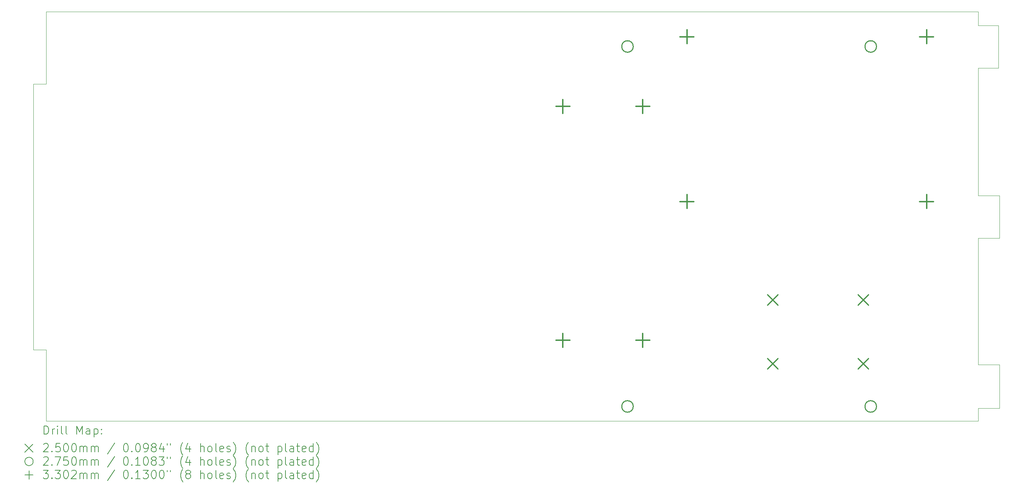
<source format=gbr>
%TF.GenerationSoftware,KiCad,Pcbnew,(6.0.10-0)*%
%TF.CreationDate,2023-01-03T15:39:17-08:00*%
%TF.ProjectId,lasagna-motherboard,6c617361-676e-4612-9d6d-6f7468657262,v0.1*%
%TF.SameCoordinates,Original*%
%TF.FileFunction,Drillmap*%
%TF.FilePolarity,Positive*%
%FSLAX45Y45*%
G04 Gerber Fmt 4.5, Leading zero omitted, Abs format (unit mm)*
G04 Created by KiCad (PCBNEW (6.0.10-0)) date 2023-01-03 15:39:17*
%MOMM*%
%LPD*%
G01*
G04 APERTURE LIST*
%ADD10C,0.100000*%
%ADD11C,0.200000*%
%ADD12C,0.250000*%
%ADD13C,0.275000*%
%ADD14C,0.330200*%
G04 APERTURE END LIST*
D10*
X26568400Y-14757400D02*
X26060400Y-14757400D01*
X26568400Y-15798800D02*
X26568400Y-14757400D01*
X26543000Y-6654800D02*
X26060400Y-6654800D01*
X3835400Y-16103600D02*
X26060400Y-16103600D01*
X3835400Y-8051800D02*
X3530600Y-8051800D01*
X26543000Y-7670800D02*
X26543000Y-6654800D01*
X3835400Y-14401800D02*
X3835400Y-16103600D01*
X26060400Y-6654800D02*
X26060400Y-6324600D01*
X26060400Y-11734800D02*
X26568400Y-11734800D01*
X3530600Y-14401800D02*
X3835400Y-14401800D01*
X26568400Y-11734800D02*
X26568400Y-10718800D01*
X26060400Y-10718800D02*
X26060400Y-7670800D01*
X26568400Y-10718800D02*
X26060400Y-10718800D01*
X3835400Y-6324600D02*
X3835400Y-8051800D01*
X26060400Y-15798800D02*
X26568400Y-15798800D01*
X26060400Y-7670800D02*
X26543000Y-7670800D01*
X26060400Y-16103600D02*
X26060400Y-15798800D01*
X3530600Y-8051800D02*
X3530600Y-14401800D01*
X26060400Y-14757400D02*
X26060400Y-11734800D01*
X26060400Y-6324600D02*
X3835400Y-6324600D01*
D11*
D12*
X21033200Y-13083000D02*
X21283200Y-13333000D01*
X21283200Y-13083000D02*
X21033200Y-13333000D01*
X21033200Y-14607000D02*
X21283200Y-14857000D01*
X21283200Y-14607000D02*
X21033200Y-14857000D01*
X23192200Y-13083000D02*
X23442200Y-13333000D01*
X23442200Y-13083000D02*
X23192200Y-13333000D01*
X23192200Y-14607000D02*
X23442200Y-14857000D01*
X23442200Y-14607000D02*
X23192200Y-14857000D01*
D13*
X17834300Y-7154400D02*
G75*
G03*
X17834300Y-7154400I-137500J0D01*
G01*
X17834300Y-15754400D02*
G75*
G03*
X17834300Y-15754400I-137500J0D01*
G01*
X23634300Y-7154400D02*
G75*
G03*
X23634300Y-7154400I-137500J0D01*
G01*
X23634300Y-15754400D02*
G75*
G03*
X23634300Y-15754400I-137500J0D01*
G01*
D14*
X16154400Y-8420100D02*
X16154400Y-8750300D01*
X15989300Y-8585200D02*
X16319500Y-8585200D01*
X16154400Y-14008100D02*
X16154400Y-14338300D01*
X15989300Y-14173200D02*
X16319500Y-14173200D01*
X18059400Y-8420100D02*
X18059400Y-8750300D01*
X17894300Y-8585200D02*
X18224500Y-8585200D01*
X18059400Y-14008100D02*
X18059400Y-14338300D01*
X17894300Y-14173200D02*
X18224500Y-14173200D01*
X19113500Y-6756400D02*
X19113500Y-7086600D01*
X18948400Y-6921500D02*
X19278600Y-6921500D01*
X19113500Y-10693400D02*
X19113500Y-11023600D01*
X18948400Y-10858500D02*
X19278600Y-10858500D01*
X24828500Y-6756400D02*
X24828500Y-7086600D01*
X24663400Y-6921500D02*
X24993600Y-6921500D01*
X24828500Y-10693400D02*
X24828500Y-11023600D01*
X24663400Y-10858500D02*
X24993600Y-10858500D01*
D11*
X3783219Y-16419076D02*
X3783219Y-16219076D01*
X3830838Y-16219076D01*
X3859409Y-16228600D01*
X3878457Y-16247648D01*
X3887981Y-16266695D01*
X3897505Y-16304790D01*
X3897505Y-16333362D01*
X3887981Y-16371457D01*
X3878457Y-16390505D01*
X3859409Y-16409552D01*
X3830838Y-16419076D01*
X3783219Y-16419076D01*
X3983219Y-16419076D02*
X3983219Y-16285743D01*
X3983219Y-16323838D02*
X3992743Y-16304790D01*
X4002267Y-16295267D01*
X4021314Y-16285743D01*
X4040362Y-16285743D01*
X4107028Y-16419076D02*
X4107028Y-16285743D01*
X4107028Y-16219076D02*
X4097505Y-16228600D01*
X4107028Y-16238124D01*
X4116552Y-16228600D01*
X4107028Y-16219076D01*
X4107028Y-16238124D01*
X4230838Y-16419076D02*
X4211790Y-16409552D01*
X4202267Y-16390505D01*
X4202267Y-16219076D01*
X4335600Y-16419076D02*
X4316552Y-16409552D01*
X4307029Y-16390505D01*
X4307029Y-16219076D01*
X4564171Y-16419076D02*
X4564171Y-16219076D01*
X4630838Y-16361933D01*
X4697505Y-16219076D01*
X4697505Y-16419076D01*
X4878457Y-16419076D02*
X4878457Y-16314314D01*
X4868933Y-16295267D01*
X4849886Y-16285743D01*
X4811790Y-16285743D01*
X4792743Y-16295267D01*
X4878457Y-16409552D02*
X4859410Y-16419076D01*
X4811790Y-16419076D01*
X4792743Y-16409552D01*
X4783219Y-16390505D01*
X4783219Y-16371457D01*
X4792743Y-16352409D01*
X4811790Y-16342886D01*
X4859410Y-16342886D01*
X4878457Y-16333362D01*
X4973695Y-16285743D02*
X4973695Y-16485743D01*
X4973695Y-16295267D02*
X4992743Y-16285743D01*
X5030838Y-16285743D01*
X5049886Y-16295267D01*
X5059410Y-16304790D01*
X5068933Y-16323838D01*
X5068933Y-16380981D01*
X5059410Y-16400028D01*
X5049886Y-16409552D01*
X5030838Y-16419076D01*
X4992743Y-16419076D01*
X4973695Y-16409552D01*
X5154648Y-16400028D02*
X5164171Y-16409552D01*
X5154648Y-16419076D01*
X5145124Y-16409552D01*
X5154648Y-16400028D01*
X5154648Y-16419076D01*
X5154648Y-16295267D02*
X5164171Y-16304790D01*
X5154648Y-16314314D01*
X5145124Y-16304790D01*
X5154648Y-16295267D01*
X5154648Y-16314314D01*
X3325600Y-16648600D02*
X3525600Y-16848600D01*
X3525600Y-16648600D02*
X3325600Y-16848600D01*
X3773695Y-16658124D02*
X3783219Y-16648600D01*
X3802267Y-16639076D01*
X3849886Y-16639076D01*
X3868933Y-16648600D01*
X3878457Y-16658124D01*
X3887981Y-16677171D01*
X3887981Y-16696219D01*
X3878457Y-16724790D01*
X3764171Y-16839076D01*
X3887981Y-16839076D01*
X3973695Y-16820029D02*
X3983219Y-16829552D01*
X3973695Y-16839076D01*
X3964171Y-16829552D01*
X3973695Y-16820029D01*
X3973695Y-16839076D01*
X4164171Y-16639076D02*
X4068933Y-16639076D01*
X4059409Y-16734314D01*
X4068933Y-16724790D01*
X4087981Y-16715267D01*
X4135600Y-16715267D01*
X4154648Y-16724790D01*
X4164171Y-16734314D01*
X4173695Y-16753362D01*
X4173695Y-16800981D01*
X4164171Y-16820029D01*
X4154648Y-16829552D01*
X4135600Y-16839076D01*
X4087981Y-16839076D01*
X4068933Y-16829552D01*
X4059409Y-16820029D01*
X4297505Y-16639076D02*
X4316552Y-16639076D01*
X4335600Y-16648600D01*
X4345124Y-16658124D01*
X4354648Y-16677171D01*
X4364171Y-16715267D01*
X4364171Y-16762886D01*
X4354648Y-16800981D01*
X4345124Y-16820029D01*
X4335600Y-16829552D01*
X4316552Y-16839076D01*
X4297505Y-16839076D01*
X4278457Y-16829552D01*
X4268933Y-16820029D01*
X4259410Y-16800981D01*
X4249886Y-16762886D01*
X4249886Y-16715267D01*
X4259410Y-16677171D01*
X4268933Y-16658124D01*
X4278457Y-16648600D01*
X4297505Y-16639076D01*
X4487981Y-16639076D02*
X4507029Y-16639076D01*
X4526076Y-16648600D01*
X4535600Y-16658124D01*
X4545124Y-16677171D01*
X4554648Y-16715267D01*
X4554648Y-16762886D01*
X4545124Y-16800981D01*
X4535600Y-16820029D01*
X4526076Y-16829552D01*
X4507029Y-16839076D01*
X4487981Y-16839076D01*
X4468933Y-16829552D01*
X4459410Y-16820029D01*
X4449886Y-16800981D01*
X4440362Y-16762886D01*
X4440362Y-16715267D01*
X4449886Y-16677171D01*
X4459410Y-16658124D01*
X4468933Y-16648600D01*
X4487981Y-16639076D01*
X4640362Y-16839076D02*
X4640362Y-16705743D01*
X4640362Y-16724790D02*
X4649886Y-16715267D01*
X4668933Y-16705743D01*
X4697505Y-16705743D01*
X4716552Y-16715267D01*
X4726076Y-16734314D01*
X4726076Y-16839076D01*
X4726076Y-16734314D02*
X4735600Y-16715267D01*
X4754648Y-16705743D01*
X4783219Y-16705743D01*
X4802267Y-16715267D01*
X4811790Y-16734314D01*
X4811790Y-16839076D01*
X4907029Y-16839076D02*
X4907029Y-16705743D01*
X4907029Y-16724790D02*
X4916552Y-16715267D01*
X4935600Y-16705743D01*
X4964171Y-16705743D01*
X4983219Y-16715267D01*
X4992743Y-16734314D01*
X4992743Y-16839076D01*
X4992743Y-16734314D02*
X5002267Y-16715267D01*
X5021314Y-16705743D01*
X5049886Y-16705743D01*
X5068933Y-16715267D01*
X5078457Y-16734314D01*
X5078457Y-16839076D01*
X5468933Y-16629552D02*
X5297505Y-16886695D01*
X5726076Y-16639076D02*
X5745124Y-16639076D01*
X5764171Y-16648600D01*
X5773695Y-16658124D01*
X5783219Y-16677171D01*
X5792743Y-16715267D01*
X5792743Y-16762886D01*
X5783219Y-16800981D01*
X5773695Y-16820029D01*
X5764171Y-16829552D01*
X5745124Y-16839076D01*
X5726076Y-16839076D01*
X5707028Y-16829552D01*
X5697505Y-16820029D01*
X5687981Y-16800981D01*
X5678457Y-16762886D01*
X5678457Y-16715267D01*
X5687981Y-16677171D01*
X5697505Y-16658124D01*
X5707028Y-16648600D01*
X5726076Y-16639076D01*
X5878457Y-16820029D02*
X5887981Y-16829552D01*
X5878457Y-16839076D01*
X5868933Y-16829552D01*
X5878457Y-16820029D01*
X5878457Y-16839076D01*
X6011790Y-16639076D02*
X6030838Y-16639076D01*
X6049886Y-16648600D01*
X6059409Y-16658124D01*
X6068933Y-16677171D01*
X6078457Y-16715267D01*
X6078457Y-16762886D01*
X6068933Y-16800981D01*
X6059409Y-16820029D01*
X6049886Y-16829552D01*
X6030838Y-16839076D01*
X6011790Y-16839076D01*
X5992743Y-16829552D01*
X5983219Y-16820029D01*
X5973695Y-16800981D01*
X5964171Y-16762886D01*
X5964171Y-16715267D01*
X5973695Y-16677171D01*
X5983219Y-16658124D01*
X5992743Y-16648600D01*
X6011790Y-16639076D01*
X6173695Y-16839076D02*
X6211790Y-16839076D01*
X6230838Y-16829552D01*
X6240362Y-16820029D01*
X6259409Y-16791457D01*
X6268933Y-16753362D01*
X6268933Y-16677171D01*
X6259409Y-16658124D01*
X6249886Y-16648600D01*
X6230838Y-16639076D01*
X6192743Y-16639076D01*
X6173695Y-16648600D01*
X6164171Y-16658124D01*
X6154648Y-16677171D01*
X6154648Y-16724790D01*
X6164171Y-16743838D01*
X6173695Y-16753362D01*
X6192743Y-16762886D01*
X6230838Y-16762886D01*
X6249886Y-16753362D01*
X6259409Y-16743838D01*
X6268933Y-16724790D01*
X6383219Y-16724790D02*
X6364171Y-16715267D01*
X6354648Y-16705743D01*
X6345124Y-16686695D01*
X6345124Y-16677171D01*
X6354648Y-16658124D01*
X6364171Y-16648600D01*
X6383219Y-16639076D01*
X6421314Y-16639076D01*
X6440362Y-16648600D01*
X6449886Y-16658124D01*
X6459409Y-16677171D01*
X6459409Y-16686695D01*
X6449886Y-16705743D01*
X6440362Y-16715267D01*
X6421314Y-16724790D01*
X6383219Y-16724790D01*
X6364171Y-16734314D01*
X6354648Y-16743838D01*
X6345124Y-16762886D01*
X6345124Y-16800981D01*
X6354648Y-16820029D01*
X6364171Y-16829552D01*
X6383219Y-16839076D01*
X6421314Y-16839076D01*
X6440362Y-16829552D01*
X6449886Y-16820029D01*
X6459409Y-16800981D01*
X6459409Y-16762886D01*
X6449886Y-16743838D01*
X6440362Y-16734314D01*
X6421314Y-16724790D01*
X6630838Y-16705743D02*
X6630838Y-16839076D01*
X6583219Y-16629552D02*
X6535600Y-16772409D01*
X6659409Y-16772409D01*
X6726076Y-16639076D02*
X6726076Y-16677171D01*
X6802267Y-16639076D02*
X6802267Y-16677171D01*
X7097505Y-16915267D02*
X7087981Y-16905743D01*
X7068933Y-16877171D01*
X7059409Y-16858124D01*
X7049886Y-16829552D01*
X7040362Y-16781933D01*
X7040362Y-16743838D01*
X7049886Y-16696219D01*
X7059409Y-16667648D01*
X7068933Y-16648600D01*
X7087981Y-16620028D01*
X7097505Y-16610505D01*
X7259409Y-16705743D02*
X7259409Y-16839076D01*
X7211790Y-16629552D02*
X7164171Y-16772409D01*
X7287981Y-16772409D01*
X7516552Y-16839076D02*
X7516552Y-16639076D01*
X7602267Y-16839076D02*
X7602267Y-16734314D01*
X7592743Y-16715267D01*
X7573695Y-16705743D01*
X7545124Y-16705743D01*
X7526076Y-16715267D01*
X7516552Y-16724790D01*
X7726076Y-16839076D02*
X7707028Y-16829552D01*
X7697505Y-16820029D01*
X7687981Y-16800981D01*
X7687981Y-16743838D01*
X7697505Y-16724790D01*
X7707028Y-16715267D01*
X7726076Y-16705743D01*
X7754648Y-16705743D01*
X7773695Y-16715267D01*
X7783219Y-16724790D01*
X7792743Y-16743838D01*
X7792743Y-16800981D01*
X7783219Y-16820029D01*
X7773695Y-16829552D01*
X7754648Y-16839076D01*
X7726076Y-16839076D01*
X7907028Y-16839076D02*
X7887981Y-16829552D01*
X7878457Y-16810505D01*
X7878457Y-16639076D01*
X8059409Y-16829552D02*
X8040362Y-16839076D01*
X8002267Y-16839076D01*
X7983219Y-16829552D01*
X7973695Y-16810505D01*
X7973695Y-16734314D01*
X7983219Y-16715267D01*
X8002267Y-16705743D01*
X8040362Y-16705743D01*
X8059409Y-16715267D01*
X8068933Y-16734314D01*
X8068933Y-16753362D01*
X7973695Y-16772409D01*
X8145124Y-16829552D02*
X8164171Y-16839076D01*
X8202267Y-16839076D01*
X8221314Y-16829552D01*
X8230838Y-16810505D01*
X8230838Y-16800981D01*
X8221314Y-16781933D01*
X8202267Y-16772409D01*
X8173695Y-16772409D01*
X8154648Y-16762886D01*
X8145124Y-16743838D01*
X8145124Y-16734314D01*
X8154648Y-16715267D01*
X8173695Y-16705743D01*
X8202267Y-16705743D01*
X8221314Y-16715267D01*
X8297505Y-16915267D02*
X8307028Y-16905743D01*
X8326076Y-16877171D01*
X8335600Y-16858124D01*
X8345124Y-16829552D01*
X8354648Y-16781933D01*
X8354648Y-16743838D01*
X8345124Y-16696219D01*
X8335600Y-16667648D01*
X8326076Y-16648600D01*
X8307028Y-16620028D01*
X8297505Y-16610505D01*
X8659410Y-16915267D02*
X8649886Y-16905743D01*
X8630838Y-16877171D01*
X8621314Y-16858124D01*
X8611790Y-16829552D01*
X8602267Y-16781933D01*
X8602267Y-16743838D01*
X8611790Y-16696219D01*
X8621314Y-16667648D01*
X8630838Y-16648600D01*
X8649886Y-16620028D01*
X8659410Y-16610505D01*
X8735600Y-16705743D02*
X8735600Y-16839076D01*
X8735600Y-16724790D02*
X8745124Y-16715267D01*
X8764171Y-16705743D01*
X8792743Y-16705743D01*
X8811790Y-16715267D01*
X8821314Y-16734314D01*
X8821314Y-16839076D01*
X8945124Y-16839076D02*
X8926076Y-16829552D01*
X8916552Y-16820029D01*
X8907029Y-16800981D01*
X8907029Y-16743838D01*
X8916552Y-16724790D01*
X8926076Y-16715267D01*
X8945124Y-16705743D01*
X8973695Y-16705743D01*
X8992743Y-16715267D01*
X9002267Y-16724790D01*
X9011790Y-16743838D01*
X9011790Y-16800981D01*
X9002267Y-16820029D01*
X8992743Y-16829552D01*
X8973695Y-16839076D01*
X8945124Y-16839076D01*
X9068933Y-16705743D02*
X9145124Y-16705743D01*
X9097505Y-16639076D02*
X9097505Y-16810505D01*
X9107029Y-16829552D01*
X9126076Y-16839076D01*
X9145124Y-16839076D01*
X9364171Y-16705743D02*
X9364171Y-16905743D01*
X9364171Y-16715267D02*
X9383219Y-16705743D01*
X9421314Y-16705743D01*
X9440362Y-16715267D01*
X9449886Y-16724790D01*
X9459410Y-16743838D01*
X9459410Y-16800981D01*
X9449886Y-16820029D01*
X9440362Y-16829552D01*
X9421314Y-16839076D01*
X9383219Y-16839076D01*
X9364171Y-16829552D01*
X9573695Y-16839076D02*
X9554648Y-16829552D01*
X9545124Y-16810505D01*
X9545124Y-16639076D01*
X9735600Y-16839076D02*
X9735600Y-16734314D01*
X9726076Y-16715267D01*
X9707029Y-16705743D01*
X9668933Y-16705743D01*
X9649886Y-16715267D01*
X9735600Y-16829552D02*
X9716552Y-16839076D01*
X9668933Y-16839076D01*
X9649886Y-16829552D01*
X9640362Y-16810505D01*
X9640362Y-16791457D01*
X9649886Y-16772409D01*
X9668933Y-16762886D01*
X9716552Y-16762886D01*
X9735600Y-16753362D01*
X9802267Y-16705743D02*
X9878457Y-16705743D01*
X9830838Y-16639076D02*
X9830838Y-16810505D01*
X9840362Y-16829552D01*
X9859410Y-16839076D01*
X9878457Y-16839076D01*
X10021314Y-16829552D02*
X10002267Y-16839076D01*
X9964171Y-16839076D01*
X9945124Y-16829552D01*
X9935600Y-16810505D01*
X9935600Y-16734314D01*
X9945124Y-16715267D01*
X9964171Y-16705743D01*
X10002267Y-16705743D01*
X10021314Y-16715267D01*
X10030838Y-16734314D01*
X10030838Y-16753362D01*
X9935600Y-16772409D01*
X10202267Y-16839076D02*
X10202267Y-16639076D01*
X10202267Y-16829552D02*
X10183219Y-16839076D01*
X10145124Y-16839076D01*
X10126076Y-16829552D01*
X10116552Y-16820029D01*
X10107029Y-16800981D01*
X10107029Y-16743838D01*
X10116552Y-16724790D01*
X10126076Y-16715267D01*
X10145124Y-16705743D01*
X10183219Y-16705743D01*
X10202267Y-16715267D01*
X10278457Y-16915267D02*
X10287981Y-16905743D01*
X10307029Y-16877171D01*
X10316552Y-16858124D01*
X10326076Y-16829552D01*
X10335600Y-16781933D01*
X10335600Y-16743838D01*
X10326076Y-16696219D01*
X10316552Y-16667648D01*
X10307029Y-16648600D01*
X10287981Y-16620028D01*
X10278457Y-16610505D01*
X3525600Y-17068600D02*
G75*
G03*
X3525600Y-17068600I-100000J0D01*
G01*
X3773695Y-16978124D02*
X3783219Y-16968600D01*
X3802267Y-16959076D01*
X3849886Y-16959076D01*
X3868933Y-16968600D01*
X3878457Y-16978124D01*
X3887981Y-16997171D01*
X3887981Y-17016219D01*
X3878457Y-17044790D01*
X3764171Y-17159076D01*
X3887981Y-17159076D01*
X3973695Y-17140029D02*
X3983219Y-17149552D01*
X3973695Y-17159076D01*
X3964171Y-17149552D01*
X3973695Y-17140029D01*
X3973695Y-17159076D01*
X4049886Y-16959076D02*
X4183219Y-16959076D01*
X4097505Y-17159076D01*
X4354648Y-16959076D02*
X4259410Y-16959076D01*
X4249886Y-17054314D01*
X4259410Y-17044790D01*
X4278457Y-17035267D01*
X4326076Y-17035267D01*
X4345124Y-17044790D01*
X4354648Y-17054314D01*
X4364171Y-17073362D01*
X4364171Y-17120981D01*
X4354648Y-17140029D01*
X4345124Y-17149552D01*
X4326076Y-17159076D01*
X4278457Y-17159076D01*
X4259410Y-17149552D01*
X4249886Y-17140029D01*
X4487981Y-16959076D02*
X4507029Y-16959076D01*
X4526076Y-16968600D01*
X4535600Y-16978124D01*
X4545124Y-16997171D01*
X4554648Y-17035267D01*
X4554648Y-17082886D01*
X4545124Y-17120981D01*
X4535600Y-17140029D01*
X4526076Y-17149552D01*
X4507029Y-17159076D01*
X4487981Y-17159076D01*
X4468933Y-17149552D01*
X4459410Y-17140029D01*
X4449886Y-17120981D01*
X4440362Y-17082886D01*
X4440362Y-17035267D01*
X4449886Y-16997171D01*
X4459410Y-16978124D01*
X4468933Y-16968600D01*
X4487981Y-16959076D01*
X4640362Y-17159076D02*
X4640362Y-17025743D01*
X4640362Y-17044790D02*
X4649886Y-17035267D01*
X4668933Y-17025743D01*
X4697505Y-17025743D01*
X4716552Y-17035267D01*
X4726076Y-17054314D01*
X4726076Y-17159076D01*
X4726076Y-17054314D02*
X4735600Y-17035267D01*
X4754648Y-17025743D01*
X4783219Y-17025743D01*
X4802267Y-17035267D01*
X4811790Y-17054314D01*
X4811790Y-17159076D01*
X4907029Y-17159076D02*
X4907029Y-17025743D01*
X4907029Y-17044790D02*
X4916552Y-17035267D01*
X4935600Y-17025743D01*
X4964171Y-17025743D01*
X4983219Y-17035267D01*
X4992743Y-17054314D01*
X4992743Y-17159076D01*
X4992743Y-17054314D02*
X5002267Y-17035267D01*
X5021314Y-17025743D01*
X5049886Y-17025743D01*
X5068933Y-17035267D01*
X5078457Y-17054314D01*
X5078457Y-17159076D01*
X5468933Y-16949552D02*
X5297505Y-17206695D01*
X5726076Y-16959076D02*
X5745124Y-16959076D01*
X5764171Y-16968600D01*
X5773695Y-16978124D01*
X5783219Y-16997171D01*
X5792743Y-17035267D01*
X5792743Y-17082886D01*
X5783219Y-17120981D01*
X5773695Y-17140029D01*
X5764171Y-17149552D01*
X5745124Y-17159076D01*
X5726076Y-17159076D01*
X5707028Y-17149552D01*
X5697505Y-17140029D01*
X5687981Y-17120981D01*
X5678457Y-17082886D01*
X5678457Y-17035267D01*
X5687981Y-16997171D01*
X5697505Y-16978124D01*
X5707028Y-16968600D01*
X5726076Y-16959076D01*
X5878457Y-17140029D02*
X5887981Y-17149552D01*
X5878457Y-17159076D01*
X5868933Y-17149552D01*
X5878457Y-17140029D01*
X5878457Y-17159076D01*
X6078457Y-17159076D02*
X5964171Y-17159076D01*
X6021314Y-17159076D02*
X6021314Y-16959076D01*
X6002267Y-16987648D01*
X5983219Y-17006695D01*
X5964171Y-17016219D01*
X6202267Y-16959076D02*
X6221314Y-16959076D01*
X6240362Y-16968600D01*
X6249886Y-16978124D01*
X6259409Y-16997171D01*
X6268933Y-17035267D01*
X6268933Y-17082886D01*
X6259409Y-17120981D01*
X6249886Y-17140029D01*
X6240362Y-17149552D01*
X6221314Y-17159076D01*
X6202267Y-17159076D01*
X6183219Y-17149552D01*
X6173695Y-17140029D01*
X6164171Y-17120981D01*
X6154648Y-17082886D01*
X6154648Y-17035267D01*
X6164171Y-16997171D01*
X6173695Y-16978124D01*
X6183219Y-16968600D01*
X6202267Y-16959076D01*
X6383219Y-17044790D02*
X6364171Y-17035267D01*
X6354648Y-17025743D01*
X6345124Y-17006695D01*
X6345124Y-16997171D01*
X6354648Y-16978124D01*
X6364171Y-16968600D01*
X6383219Y-16959076D01*
X6421314Y-16959076D01*
X6440362Y-16968600D01*
X6449886Y-16978124D01*
X6459409Y-16997171D01*
X6459409Y-17006695D01*
X6449886Y-17025743D01*
X6440362Y-17035267D01*
X6421314Y-17044790D01*
X6383219Y-17044790D01*
X6364171Y-17054314D01*
X6354648Y-17063838D01*
X6345124Y-17082886D01*
X6345124Y-17120981D01*
X6354648Y-17140029D01*
X6364171Y-17149552D01*
X6383219Y-17159076D01*
X6421314Y-17159076D01*
X6440362Y-17149552D01*
X6449886Y-17140029D01*
X6459409Y-17120981D01*
X6459409Y-17082886D01*
X6449886Y-17063838D01*
X6440362Y-17054314D01*
X6421314Y-17044790D01*
X6526076Y-16959076D02*
X6649886Y-16959076D01*
X6583219Y-17035267D01*
X6611790Y-17035267D01*
X6630838Y-17044790D01*
X6640362Y-17054314D01*
X6649886Y-17073362D01*
X6649886Y-17120981D01*
X6640362Y-17140029D01*
X6630838Y-17149552D01*
X6611790Y-17159076D01*
X6554648Y-17159076D01*
X6535600Y-17149552D01*
X6526076Y-17140029D01*
X6726076Y-16959076D02*
X6726076Y-16997171D01*
X6802267Y-16959076D02*
X6802267Y-16997171D01*
X7097505Y-17235267D02*
X7087981Y-17225743D01*
X7068933Y-17197171D01*
X7059409Y-17178124D01*
X7049886Y-17149552D01*
X7040362Y-17101933D01*
X7040362Y-17063838D01*
X7049886Y-17016219D01*
X7059409Y-16987648D01*
X7068933Y-16968600D01*
X7087981Y-16940029D01*
X7097505Y-16930505D01*
X7259409Y-17025743D02*
X7259409Y-17159076D01*
X7211790Y-16949552D02*
X7164171Y-17092410D01*
X7287981Y-17092410D01*
X7516552Y-17159076D02*
X7516552Y-16959076D01*
X7602267Y-17159076D02*
X7602267Y-17054314D01*
X7592743Y-17035267D01*
X7573695Y-17025743D01*
X7545124Y-17025743D01*
X7526076Y-17035267D01*
X7516552Y-17044790D01*
X7726076Y-17159076D02*
X7707028Y-17149552D01*
X7697505Y-17140029D01*
X7687981Y-17120981D01*
X7687981Y-17063838D01*
X7697505Y-17044790D01*
X7707028Y-17035267D01*
X7726076Y-17025743D01*
X7754648Y-17025743D01*
X7773695Y-17035267D01*
X7783219Y-17044790D01*
X7792743Y-17063838D01*
X7792743Y-17120981D01*
X7783219Y-17140029D01*
X7773695Y-17149552D01*
X7754648Y-17159076D01*
X7726076Y-17159076D01*
X7907028Y-17159076D02*
X7887981Y-17149552D01*
X7878457Y-17130505D01*
X7878457Y-16959076D01*
X8059409Y-17149552D02*
X8040362Y-17159076D01*
X8002267Y-17159076D01*
X7983219Y-17149552D01*
X7973695Y-17130505D01*
X7973695Y-17054314D01*
X7983219Y-17035267D01*
X8002267Y-17025743D01*
X8040362Y-17025743D01*
X8059409Y-17035267D01*
X8068933Y-17054314D01*
X8068933Y-17073362D01*
X7973695Y-17092410D01*
X8145124Y-17149552D02*
X8164171Y-17159076D01*
X8202267Y-17159076D01*
X8221314Y-17149552D01*
X8230838Y-17130505D01*
X8230838Y-17120981D01*
X8221314Y-17101933D01*
X8202267Y-17092410D01*
X8173695Y-17092410D01*
X8154648Y-17082886D01*
X8145124Y-17063838D01*
X8145124Y-17054314D01*
X8154648Y-17035267D01*
X8173695Y-17025743D01*
X8202267Y-17025743D01*
X8221314Y-17035267D01*
X8297505Y-17235267D02*
X8307028Y-17225743D01*
X8326076Y-17197171D01*
X8335600Y-17178124D01*
X8345124Y-17149552D01*
X8354648Y-17101933D01*
X8354648Y-17063838D01*
X8345124Y-17016219D01*
X8335600Y-16987648D01*
X8326076Y-16968600D01*
X8307028Y-16940029D01*
X8297505Y-16930505D01*
X8659410Y-17235267D02*
X8649886Y-17225743D01*
X8630838Y-17197171D01*
X8621314Y-17178124D01*
X8611790Y-17149552D01*
X8602267Y-17101933D01*
X8602267Y-17063838D01*
X8611790Y-17016219D01*
X8621314Y-16987648D01*
X8630838Y-16968600D01*
X8649886Y-16940029D01*
X8659410Y-16930505D01*
X8735600Y-17025743D02*
X8735600Y-17159076D01*
X8735600Y-17044790D02*
X8745124Y-17035267D01*
X8764171Y-17025743D01*
X8792743Y-17025743D01*
X8811790Y-17035267D01*
X8821314Y-17054314D01*
X8821314Y-17159076D01*
X8945124Y-17159076D02*
X8926076Y-17149552D01*
X8916552Y-17140029D01*
X8907029Y-17120981D01*
X8907029Y-17063838D01*
X8916552Y-17044790D01*
X8926076Y-17035267D01*
X8945124Y-17025743D01*
X8973695Y-17025743D01*
X8992743Y-17035267D01*
X9002267Y-17044790D01*
X9011790Y-17063838D01*
X9011790Y-17120981D01*
X9002267Y-17140029D01*
X8992743Y-17149552D01*
X8973695Y-17159076D01*
X8945124Y-17159076D01*
X9068933Y-17025743D02*
X9145124Y-17025743D01*
X9097505Y-16959076D02*
X9097505Y-17130505D01*
X9107029Y-17149552D01*
X9126076Y-17159076D01*
X9145124Y-17159076D01*
X9364171Y-17025743D02*
X9364171Y-17225743D01*
X9364171Y-17035267D02*
X9383219Y-17025743D01*
X9421314Y-17025743D01*
X9440362Y-17035267D01*
X9449886Y-17044790D01*
X9459410Y-17063838D01*
X9459410Y-17120981D01*
X9449886Y-17140029D01*
X9440362Y-17149552D01*
X9421314Y-17159076D01*
X9383219Y-17159076D01*
X9364171Y-17149552D01*
X9573695Y-17159076D02*
X9554648Y-17149552D01*
X9545124Y-17130505D01*
X9545124Y-16959076D01*
X9735600Y-17159076D02*
X9735600Y-17054314D01*
X9726076Y-17035267D01*
X9707029Y-17025743D01*
X9668933Y-17025743D01*
X9649886Y-17035267D01*
X9735600Y-17149552D02*
X9716552Y-17159076D01*
X9668933Y-17159076D01*
X9649886Y-17149552D01*
X9640362Y-17130505D01*
X9640362Y-17111457D01*
X9649886Y-17092410D01*
X9668933Y-17082886D01*
X9716552Y-17082886D01*
X9735600Y-17073362D01*
X9802267Y-17025743D02*
X9878457Y-17025743D01*
X9830838Y-16959076D02*
X9830838Y-17130505D01*
X9840362Y-17149552D01*
X9859410Y-17159076D01*
X9878457Y-17159076D01*
X10021314Y-17149552D02*
X10002267Y-17159076D01*
X9964171Y-17159076D01*
X9945124Y-17149552D01*
X9935600Y-17130505D01*
X9935600Y-17054314D01*
X9945124Y-17035267D01*
X9964171Y-17025743D01*
X10002267Y-17025743D01*
X10021314Y-17035267D01*
X10030838Y-17054314D01*
X10030838Y-17073362D01*
X9935600Y-17092410D01*
X10202267Y-17159076D02*
X10202267Y-16959076D01*
X10202267Y-17149552D02*
X10183219Y-17159076D01*
X10145124Y-17159076D01*
X10126076Y-17149552D01*
X10116552Y-17140029D01*
X10107029Y-17120981D01*
X10107029Y-17063838D01*
X10116552Y-17044790D01*
X10126076Y-17035267D01*
X10145124Y-17025743D01*
X10183219Y-17025743D01*
X10202267Y-17035267D01*
X10278457Y-17235267D02*
X10287981Y-17225743D01*
X10307029Y-17197171D01*
X10316552Y-17178124D01*
X10326076Y-17149552D01*
X10335600Y-17101933D01*
X10335600Y-17063838D01*
X10326076Y-17016219D01*
X10316552Y-16987648D01*
X10307029Y-16968600D01*
X10287981Y-16940029D01*
X10278457Y-16930505D01*
X3425600Y-17288600D02*
X3425600Y-17488600D01*
X3325600Y-17388600D02*
X3525600Y-17388600D01*
X3764171Y-17279076D02*
X3887981Y-17279076D01*
X3821314Y-17355267D01*
X3849886Y-17355267D01*
X3868933Y-17364790D01*
X3878457Y-17374314D01*
X3887981Y-17393362D01*
X3887981Y-17440981D01*
X3878457Y-17460029D01*
X3868933Y-17469552D01*
X3849886Y-17479076D01*
X3792743Y-17479076D01*
X3773695Y-17469552D01*
X3764171Y-17460029D01*
X3973695Y-17460029D02*
X3983219Y-17469552D01*
X3973695Y-17479076D01*
X3964171Y-17469552D01*
X3973695Y-17460029D01*
X3973695Y-17479076D01*
X4049886Y-17279076D02*
X4173695Y-17279076D01*
X4107028Y-17355267D01*
X4135600Y-17355267D01*
X4154648Y-17364790D01*
X4164171Y-17374314D01*
X4173695Y-17393362D01*
X4173695Y-17440981D01*
X4164171Y-17460029D01*
X4154648Y-17469552D01*
X4135600Y-17479076D01*
X4078457Y-17479076D01*
X4059409Y-17469552D01*
X4049886Y-17460029D01*
X4297505Y-17279076D02*
X4316552Y-17279076D01*
X4335600Y-17288600D01*
X4345124Y-17298124D01*
X4354648Y-17317171D01*
X4364171Y-17355267D01*
X4364171Y-17402886D01*
X4354648Y-17440981D01*
X4345124Y-17460029D01*
X4335600Y-17469552D01*
X4316552Y-17479076D01*
X4297505Y-17479076D01*
X4278457Y-17469552D01*
X4268933Y-17460029D01*
X4259410Y-17440981D01*
X4249886Y-17402886D01*
X4249886Y-17355267D01*
X4259410Y-17317171D01*
X4268933Y-17298124D01*
X4278457Y-17288600D01*
X4297505Y-17279076D01*
X4440362Y-17298124D02*
X4449886Y-17288600D01*
X4468933Y-17279076D01*
X4516552Y-17279076D01*
X4535600Y-17288600D01*
X4545124Y-17298124D01*
X4554648Y-17317171D01*
X4554648Y-17336219D01*
X4545124Y-17364790D01*
X4430838Y-17479076D01*
X4554648Y-17479076D01*
X4640362Y-17479076D02*
X4640362Y-17345743D01*
X4640362Y-17364790D02*
X4649886Y-17355267D01*
X4668933Y-17345743D01*
X4697505Y-17345743D01*
X4716552Y-17355267D01*
X4726076Y-17374314D01*
X4726076Y-17479076D01*
X4726076Y-17374314D02*
X4735600Y-17355267D01*
X4754648Y-17345743D01*
X4783219Y-17345743D01*
X4802267Y-17355267D01*
X4811790Y-17374314D01*
X4811790Y-17479076D01*
X4907029Y-17479076D02*
X4907029Y-17345743D01*
X4907029Y-17364790D02*
X4916552Y-17355267D01*
X4935600Y-17345743D01*
X4964171Y-17345743D01*
X4983219Y-17355267D01*
X4992743Y-17374314D01*
X4992743Y-17479076D01*
X4992743Y-17374314D02*
X5002267Y-17355267D01*
X5021314Y-17345743D01*
X5049886Y-17345743D01*
X5068933Y-17355267D01*
X5078457Y-17374314D01*
X5078457Y-17479076D01*
X5468933Y-17269552D02*
X5297505Y-17526695D01*
X5726076Y-17279076D02*
X5745124Y-17279076D01*
X5764171Y-17288600D01*
X5773695Y-17298124D01*
X5783219Y-17317171D01*
X5792743Y-17355267D01*
X5792743Y-17402886D01*
X5783219Y-17440981D01*
X5773695Y-17460029D01*
X5764171Y-17469552D01*
X5745124Y-17479076D01*
X5726076Y-17479076D01*
X5707028Y-17469552D01*
X5697505Y-17460029D01*
X5687981Y-17440981D01*
X5678457Y-17402886D01*
X5678457Y-17355267D01*
X5687981Y-17317171D01*
X5697505Y-17298124D01*
X5707028Y-17288600D01*
X5726076Y-17279076D01*
X5878457Y-17460029D02*
X5887981Y-17469552D01*
X5878457Y-17479076D01*
X5868933Y-17469552D01*
X5878457Y-17460029D01*
X5878457Y-17479076D01*
X6078457Y-17479076D02*
X5964171Y-17479076D01*
X6021314Y-17479076D02*
X6021314Y-17279076D01*
X6002267Y-17307648D01*
X5983219Y-17326695D01*
X5964171Y-17336219D01*
X6145124Y-17279076D02*
X6268933Y-17279076D01*
X6202267Y-17355267D01*
X6230838Y-17355267D01*
X6249886Y-17364790D01*
X6259409Y-17374314D01*
X6268933Y-17393362D01*
X6268933Y-17440981D01*
X6259409Y-17460029D01*
X6249886Y-17469552D01*
X6230838Y-17479076D01*
X6173695Y-17479076D01*
X6154648Y-17469552D01*
X6145124Y-17460029D01*
X6392743Y-17279076D02*
X6411790Y-17279076D01*
X6430838Y-17288600D01*
X6440362Y-17298124D01*
X6449886Y-17317171D01*
X6459409Y-17355267D01*
X6459409Y-17402886D01*
X6449886Y-17440981D01*
X6440362Y-17460029D01*
X6430838Y-17469552D01*
X6411790Y-17479076D01*
X6392743Y-17479076D01*
X6373695Y-17469552D01*
X6364171Y-17460029D01*
X6354648Y-17440981D01*
X6345124Y-17402886D01*
X6345124Y-17355267D01*
X6354648Y-17317171D01*
X6364171Y-17298124D01*
X6373695Y-17288600D01*
X6392743Y-17279076D01*
X6583219Y-17279076D02*
X6602267Y-17279076D01*
X6621314Y-17288600D01*
X6630838Y-17298124D01*
X6640362Y-17317171D01*
X6649886Y-17355267D01*
X6649886Y-17402886D01*
X6640362Y-17440981D01*
X6630838Y-17460029D01*
X6621314Y-17469552D01*
X6602267Y-17479076D01*
X6583219Y-17479076D01*
X6564171Y-17469552D01*
X6554648Y-17460029D01*
X6545124Y-17440981D01*
X6535600Y-17402886D01*
X6535600Y-17355267D01*
X6545124Y-17317171D01*
X6554648Y-17298124D01*
X6564171Y-17288600D01*
X6583219Y-17279076D01*
X6726076Y-17279076D02*
X6726076Y-17317171D01*
X6802267Y-17279076D02*
X6802267Y-17317171D01*
X7097505Y-17555267D02*
X7087981Y-17545743D01*
X7068933Y-17517171D01*
X7059409Y-17498124D01*
X7049886Y-17469552D01*
X7040362Y-17421933D01*
X7040362Y-17383838D01*
X7049886Y-17336219D01*
X7059409Y-17307648D01*
X7068933Y-17288600D01*
X7087981Y-17260029D01*
X7097505Y-17250505D01*
X7202267Y-17364790D02*
X7183219Y-17355267D01*
X7173695Y-17345743D01*
X7164171Y-17326695D01*
X7164171Y-17317171D01*
X7173695Y-17298124D01*
X7183219Y-17288600D01*
X7202267Y-17279076D01*
X7240362Y-17279076D01*
X7259409Y-17288600D01*
X7268933Y-17298124D01*
X7278457Y-17317171D01*
X7278457Y-17326695D01*
X7268933Y-17345743D01*
X7259409Y-17355267D01*
X7240362Y-17364790D01*
X7202267Y-17364790D01*
X7183219Y-17374314D01*
X7173695Y-17383838D01*
X7164171Y-17402886D01*
X7164171Y-17440981D01*
X7173695Y-17460029D01*
X7183219Y-17469552D01*
X7202267Y-17479076D01*
X7240362Y-17479076D01*
X7259409Y-17469552D01*
X7268933Y-17460029D01*
X7278457Y-17440981D01*
X7278457Y-17402886D01*
X7268933Y-17383838D01*
X7259409Y-17374314D01*
X7240362Y-17364790D01*
X7516552Y-17479076D02*
X7516552Y-17279076D01*
X7602267Y-17479076D02*
X7602267Y-17374314D01*
X7592743Y-17355267D01*
X7573695Y-17345743D01*
X7545124Y-17345743D01*
X7526076Y-17355267D01*
X7516552Y-17364790D01*
X7726076Y-17479076D02*
X7707028Y-17469552D01*
X7697505Y-17460029D01*
X7687981Y-17440981D01*
X7687981Y-17383838D01*
X7697505Y-17364790D01*
X7707028Y-17355267D01*
X7726076Y-17345743D01*
X7754648Y-17345743D01*
X7773695Y-17355267D01*
X7783219Y-17364790D01*
X7792743Y-17383838D01*
X7792743Y-17440981D01*
X7783219Y-17460029D01*
X7773695Y-17469552D01*
X7754648Y-17479076D01*
X7726076Y-17479076D01*
X7907028Y-17479076D02*
X7887981Y-17469552D01*
X7878457Y-17450505D01*
X7878457Y-17279076D01*
X8059409Y-17469552D02*
X8040362Y-17479076D01*
X8002267Y-17479076D01*
X7983219Y-17469552D01*
X7973695Y-17450505D01*
X7973695Y-17374314D01*
X7983219Y-17355267D01*
X8002267Y-17345743D01*
X8040362Y-17345743D01*
X8059409Y-17355267D01*
X8068933Y-17374314D01*
X8068933Y-17393362D01*
X7973695Y-17412410D01*
X8145124Y-17469552D02*
X8164171Y-17479076D01*
X8202267Y-17479076D01*
X8221314Y-17469552D01*
X8230838Y-17450505D01*
X8230838Y-17440981D01*
X8221314Y-17421933D01*
X8202267Y-17412410D01*
X8173695Y-17412410D01*
X8154648Y-17402886D01*
X8145124Y-17383838D01*
X8145124Y-17374314D01*
X8154648Y-17355267D01*
X8173695Y-17345743D01*
X8202267Y-17345743D01*
X8221314Y-17355267D01*
X8297505Y-17555267D02*
X8307028Y-17545743D01*
X8326076Y-17517171D01*
X8335600Y-17498124D01*
X8345124Y-17469552D01*
X8354648Y-17421933D01*
X8354648Y-17383838D01*
X8345124Y-17336219D01*
X8335600Y-17307648D01*
X8326076Y-17288600D01*
X8307028Y-17260029D01*
X8297505Y-17250505D01*
X8659410Y-17555267D02*
X8649886Y-17545743D01*
X8630838Y-17517171D01*
X8621314Y-17498124D01*
X8611790Y-17469552D01*
X8602267Y-17421933D01*
X8602267Y-17383838D01*
X8611790Y-17336219D01*
X8621314Y-17307648D01*
X8630838Y-17288600D01*
X8649886Y-17260029D01*
X8659410Y-17250505D01*
X8735600Y-17345743D02*
X8735600Y-17479076D01*
X8735600Y-17364790D02*
X8745124Y-17355267D01*
X8764171Y-17345743D01*
X8792743Y-17345743D01*
X8811790Y-17355267D01*
X8821314Y-17374314D01*
X8821314Y-17479076D01*
X8945124Y-17479076D02*
X8926076Y-17469552D01*
X8916552Y-17460029D01*
X8907029Y-17440981D01*
X8907029Y-17383838D01*
X8916552Y-17364790D01*
X8926076Y-17355267D01*
X8945124Y-17345743D01*
X8973695Y-17345743D01*
X8992743Y-17355267D01*
X9002267Y-17364790D01*
X9011790Y-17383838D01*
X9011790Y-17440981D01*
X9002267Y-17460029D01*
X8992743Y-17469552D01*
X8973695Y-17479076D01*
X8945124Y-17479076D01*
X9068933Y-17345743D02*
X9145124Y-17345743D01*
X9097505Y-17279076D02*
X9097505Y-17450505D01*
X9107029Y-17469552D01*
X9126076Y-17479076D01*
X9145124Y-17479076D01*
X9364171Y-17345743D02*
X9364171Y-17545743D01*
X9364171Y-17355267D02*
X9383219Y-17345743D01*
X9421314Y-17345743D01*
X9440362Y-17355267D01*
X9449886Y-17364790D01*
X9459410Y-17383838D01*
X9459410Y-17440981D01*
X9449886Y-17460029D01*
X9440362Y-17469552D01*
X9421314Y-17479076D01*
X9383219Y-17479076D01*
X9364171Y-17469552D01*
X9573695Y-17479076D02*
X9554648Y-17469552D01*
X9545124Y-17450505D01*
X9545124Y-17279076D01*
X9735600Y-17479076D02*
X9735600Y-17374314D01*
X9726076Y-17355267D01*
X9707029Y-17345743D01*
X9668933Y-17345743D01*
X9649886Y-17355267D01*
X9735600Y-17469552D02*
X9716552Y-17479076D01*
X9668933Y-17479076D01*
X9649886Y-17469552D01*
X9640362Y-17450505D01*
X9640362Y-17431457D01*
X9649886Y-17412410D01*
X9668933Y-17402886D01*
X9716552Y-17402886D01*
X9735600Y-17393362D01*
X9802267Y-17345743D02*
X9878457Y-17345743D01*
X9830838Y-17279076D02*
X9830838Y-17450505D01*
X9840362Y-17469552D01*
X9859410Y-17479076D01*
X9878457Y-17479076D01*
X10021314Y-17469552D02*
X10002267Y-17479076D01*
X9964171Y-17479076D01*
X9945124Y-17469552D01*
X9935600Y-17450505D01*
X9935600Y-17374314D01*
X9945124Y-17355267D01*
X9964171Y-17345743D01*
X10002267Y-17345743D01*
X10021314Y-17355267D01*
X10030838Y-17374314D01*
X10030838Y-17393362D01*
X9935600Y-17412410D01*
X10202267Y-17479076D02*
X10202267Y-17279076D01*
X10202267Y-17469552D02*
X10183219Y-17479076D01*
X10145124Y-17479076D01*
X10126076Y-17469552D01*
X10116552Y-17460029D01*
X10107029Y-17440981D01*
X10107029Y-17383838D01*
X10116552Y-17364790D01*
X10126076Y-17355267D01*
X10145124Y-17345743D01*
X10183219Y-17345743D01*
X10202267Y-17355267D01*
X10278457Y-17555267D02*
X10287981Y-17545743D01*
X10307029Y-17517171D01*
X10316552Y-17498124D01*
X10326076Y-17469552D01*
X10335600Y-17421933D01*
X10335600Y-17383838D01*
X10326076Y-17336219D01*
X10316552Y-17307648D01*
X10307029Y-17288600D01*
X10287981Y-17260029D01*
X10278457Y-17250505D01*
M02*

</source>
